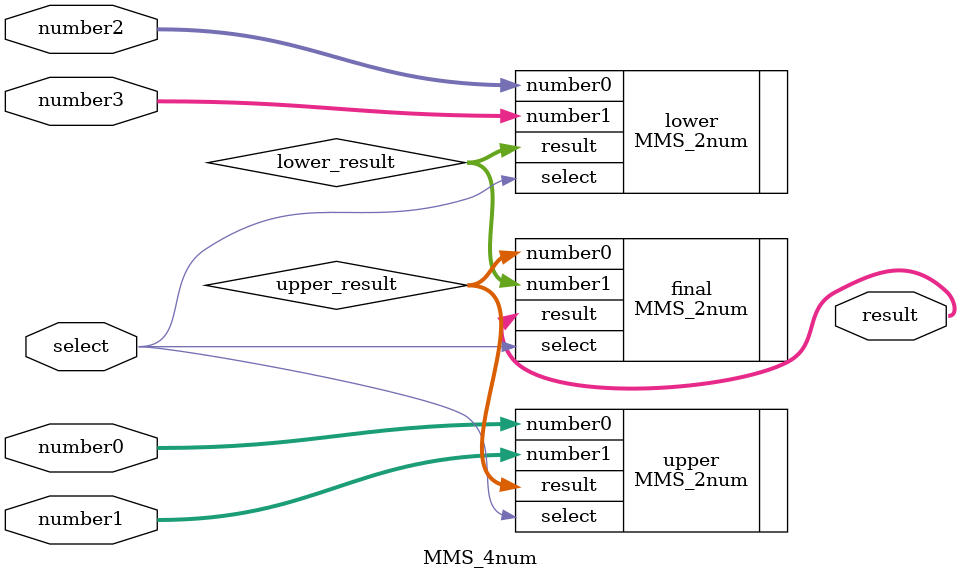
<source format=v>
module MMS_4num(result, select, number0, number1, number2, number3);

input        select;
input  [7:0] number0;
input  [7:0] number1;
input  [7:0] number2;
input  [7:0] number3;
output [7:0] result; 


wire [7:0] upper_result;
wire [7:0] lower_result;	

MMS_2num upper(.result(upper_result), .select(select), .number0(number0), .number1(number1));
MMS_2num lower(.result(lower_result), .select(select), .number0(number2), .number1(number3));
MMS_2num final(.result(result), .select(select), .number0(upper_result), .number1(lower_result));

endmodule


</source>
